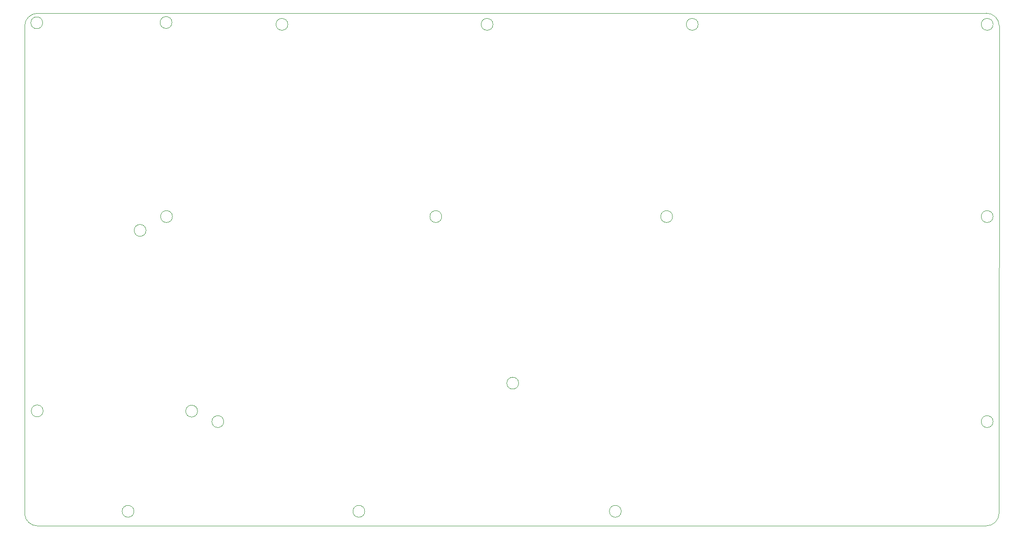
<source format=gm1>
G04 #@! TF.GenerationSoftware,KiCad,Pcbnew,7.0.7*
G04 #@! TF.CreationDate,2023-09-30T17:49:13+09:00*
G04 #@! TF.ProjectId,ind-assemble_R,696e642d-6173-4736-956d-626c655f522e,rev?*
G04 #@! TF.SameCoordinates,Original*
G04 #@! TF.FileFunction,Profile,NP*
%FSLAX46Y46*%
G04 Gerber Fmt 4.6, Leading zero omitted, Abs format (unit mm)*
G04 Created by KiCad (PCBNEW 7.0.7) date 2023-09-30 17:49:13*
%MOMM*%
%LPD*%
G01*
G04 APERTURE LIST*
G04 #@! TA.AperFunction,Profile*
%ADD10C,0.100000*%
G04 #@! TD*
G04 #@! TA.AperFunction,Profile*
%ADD11C,0.010000*%
G04 #@! TD*
G04 APERTURE END LIST*
D10*
X35568798Y-31284998D02*
G75*
G03*
X33187548Y-33666250I2J-2381252D01*
G01*
X211791202Y-31257548D02*
X35568798Y-31285000D01*
X214172452Y-33638798D02*
X214152452Y-124151202D01*
X33187548Y-33666250D02*
X33193798Y-124379952D01*
X33193799Y-124379952D02*
G75*
G03*
X35568798Y-126537192I2375001J228752D01*
G01*
X211771202Y-126532452D02*
G75*
G03*
X214152452Y-124151202I-2J2381252D01*
G01*
X35568798Y-126532452D02*
X211771202Y-126532452D01*
X214172452Y-33638798D02*
G75*
G03*
X211791202Y-31257548I-2381252J-2D01*
G01*
D11*
X143975000Y-123825000D02*
G75*
G03*
X143975000Y-123825000I-1100000J0D01*
G01*
X53487500Y-123825000D02*
G75*
G03*
X53487500Y-123825000I-1100000J0D01*
G01*
X65295000Y-105205000D02*
G75*
G03*
X65295000Y-105205000I-1100000J0D01*
G01*
X110637500Y-69056250D02*
G75*
G03*
X110637500Y-69056250I-1100000J0D01*
G01*
X36615000Y-105165000D02*
G75*
G03*
X36615000Y-105165000I-1100000J0D01*
G01*
X70156250Y-107156250D02*
G75*
G03*
X70156250Y-107156250I-1100000J0D01*
G01*
X120162500Y-33337500D02*
G75*
G03*
X120162500Y-33337500I-1100000J0D01*
G01*
X213031250Y-107156250D02*
G75*
G03*
X213031250Y-107156250I-1100000J0D01*
G01*
X60631250Y-69056250D02*
G75*
G03*
X60631250Y-69056250I-1100000J0D01*
G01*
X55725000Y-71625000D02*
G75*
G03*
X55725000Y-71625000I-1100000J0D01*
G01*
X213031250Y-69056250D02*
G75*
G03*
X213031250Y-69056250I-1100000J0D01*
G01*
X158262500Y-33337500D02*
G75*
G03*
X158262500Y-33337500I-1100000J0D01*
G01*
X82062500Y-33337500D02*
G75*
G03*
X82062500Y-33337500I-1100000J0D01*
G01*
X213031250Y-33337500D02*
G75*
G03*
X213031250Y-33337500I-1100000J0D01*
G01*
X60545000Y-32995000D02*
G75*
G03*
X60545000Y-32995000I-1100000J0D01*
G01*
X36535000Y-33045000D02*
G75*
G03*
X36535000Y-33045000I-1100000J0D01*
G01*
X96350000Y-123825000D02*
G75*
G03*
X96350000Y-123825000I-1100000J0D01*
G01*
X124925000Y-100012500D02*
G75*
G03*
X124925000Y-100012500I-1100000J0D01*
G01*
X153500000Y-69056250D02*
G75*
G03*
X153500000Y-69056250I-1100000J0D01*
G01*
M02*

</source>
